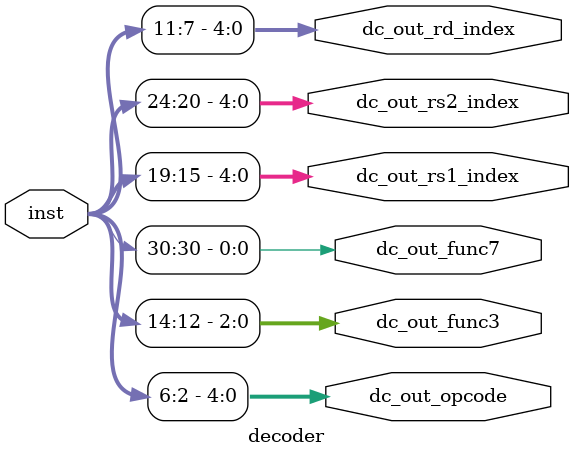
<source format=v>
module decoder(input wire [31:0]inst,
               output wire [4:0] dc_out_opcode,
               output wire [2:0] dc_out_func3,
               output wire dc_out_func7,
               output wire [4:0] dc_out_rs1_index,
               output wire [4:0] dc_out_rs2_index,
               output wire [4:0] dc_out_rd_index);
    
    assign dc_out_opcode    = inst[6:2];
    assign dc_out_func3     = inst[14:12];
    assign dc_out_func7     = inst[30];
    assign dc_out_rs1_index = inst[19:15];
    assign dc_out_rs2_index = inst[24:20];
    assign dc_out_rd_index  = inst[11:7];
endmodule

</source>
